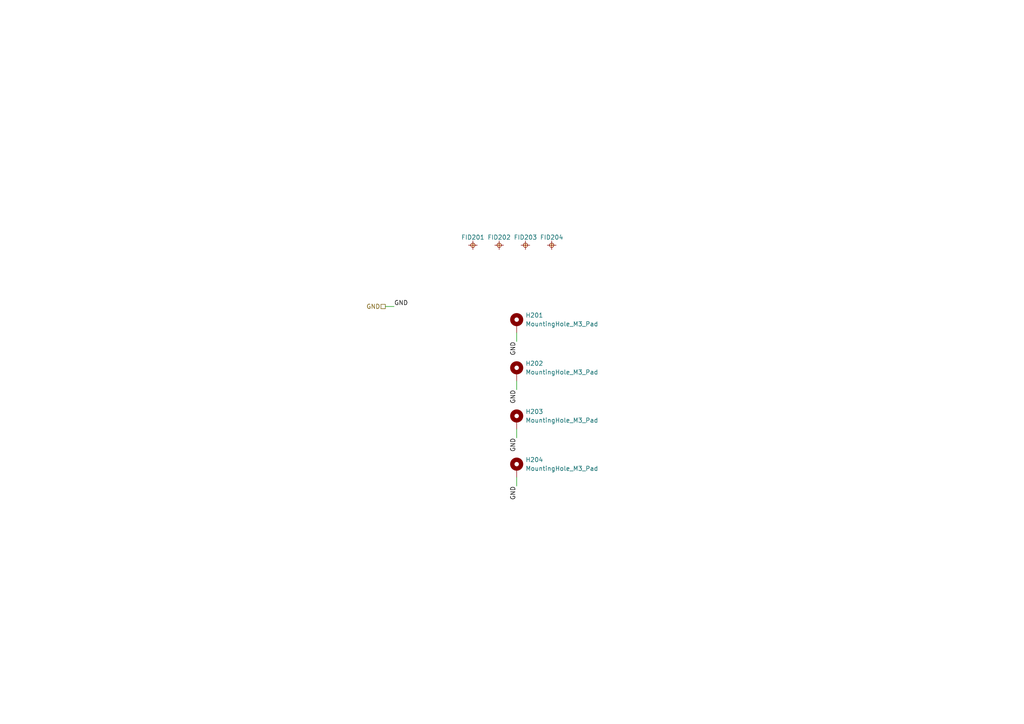
<source format=kicad_sch>
(kicad_sch (version 20230121) (generator eeschema)
  (paper "A4")
  (title_block (title "tmc5130-uart") (date "2024-06-27") (rev "1.0") (company "Howard Hughes Medical Institute"))
  (lib_symbols
    (symbol "Janelia:FIDUCIAL_0.5mm_MASK1mm" (pin_numbers hide) (pin_names (offset 0.762) hide) (in_bom no)
      (property "Reference" "FID" (at 0 2.286 0))
      (symbol "FIDUCIAL_0.5mm_MASK1mm_0_1"
        (polyline (pts (xy -1.27 0) (xy 1.27 0) (xy 1.27 0)))
        (polyline (pts (xy 0 1.27) (xy 0 -1.27) (xy 0 -1.27)))
        (circle (center 0 0) (radius 0.635) (fill (type background)))
      )
    )
    (symbol "Janelia:MountingHole_M3_Pad" (pin_numbers hide) (pin_names (offset 1.016) hide) (in_bom no)
      (property "Reference" "H" (at 0 6.35 0))
      (property "Value" "MountingHole_M3_Pad" (at 0 4.445 0))
      (symbol "MountingHole_M3_Pad_0_1"
        (circle (center 0 1.27) (radius 1.27) (stroke (width 1.27)))
      )
      (symbol "MountingHole_M3_Pad_1_1"
        (pin input line (at 0 -2.54 90) (length 2.54) (name "1") (number "1"))
      )
    )
  )
  (wire (pts (xy 149.86 138.43) (xy 149.86 140.97)))
  (wire (pts (xy 149.86 110.49) (xy 149.86 113.03)))
  (wire (pts (xy 149.86 96.52) (xy 149.86 99.06)))
  (wire (pts (xy 111.76 88.9) (xy 114.3 88.9)))
  (wire (pts (xy 149.86 124.46) (xy 149.86 127)))
  (label "GND" (at 149.86 113.03 270))
  (label "GND" (at 149.86 99.06 270))
  (label "GND" (at 114.3 88.9 0))
  (label "GND" (at 149.86 140.97 270))
  (label "GND" (at 149.86 127 270))
  (hierarchical_label "GND" (shape passive) (at 111.76 88.9 180))
  (symbol (lib_id "Janelia:MountingHole_M3_Pad") (at 149.86 93.98 0) (unit 1) (in_bom no)
    (property "Reference" "H201" (at 152.4 91.44 0) (effects (justify left)))
    (property "Value" "MountingHole_M3_Pad" (at 152.4 93.98 0) (effects (justify left)))
    (property "Footprint" "Janelia:MountingHole_3.2mm_M3_Pad" (effects hide))
  )
  (symbol (lib_id "Janelia:FIDUCIAL_0.5mm_MASK1mm") (at 144.78 71.12 0) (unit 1) (in_bom no)
    (property "Reference" "FID202" (at 144.78 68.834 0))
    (property "Value" "FIDUCIAL_0.5mm_MASK1mm" (effects hide))
    (property "Footprint" "Janelia:FIDUCIAL_0.5mm_Mask1mm" (effects hide))
    (property "Sim.Enable" "0" (effects hide))
  )
  (symbol (lib_id "Janelia:MountingHole_M3_Pad") (at 149.86 135.89 0) (unit 1) (in_bom no)
    (property "Reference" "H204" (at 152.4 133.35 0) (effects (justify left)))
    (property "Value" "MountingHole_M3_Pad" (at 152.4 135.89 0) (effects (justify left)))
    (property "Footprint" "Janelia:MountingHole_3.2mm_M3_Pad" (effects hide))
  )
  (symbol (lib_id "Janelia:MountingHole_M3_Pad") (at 149.86 121.92 0) (unit 1) (in_bom no)
    (property "Reference" "H203" (at 152.4 119.38 0) (effects (justify left)))
    (property "Value" "MountingHole_M3_Pad" (at 152.4 121.92 0) (effects (justify left)))
    (property "Footprint" "Janelia:MountingHole_3.2mm_M3_Pad" (effects hide))
  )
  (symbol (lib_id "Janelia:FIDUCIAL_0.5mm_MASK1mm") (at 160.02 71.12 0) (unit 1) (in_bom no)
    (property "Reference" "FID204" (at 160.02 68.834 0))
    (property "Value" "FIDUCIAL_0.5mm_MASK1mm" (effects hide))
    (property "Footprint" "Janelia:FIDUCIAL_0.5mm_Mask1mm" (effects hide))
    (property "Sim.Enable" "0" (effects hide))
  )
  (symbol (lib_id "Janelia:FIDUCIAL_0.5mm_MASK1mm") (at 137.16 71.12 0) (unit 1) (in_bom no)
    (property "Reference" "FID201" (at 137.16 68.834 0))
    (property "Value" "FIDUCIAL_0.5mm_MASK1mm" (effects hide))
    (property "Footprint" "Janelia:FIDUCIAL_0.5mm_Mask1mm" (effects hide))
    (property "Sim.Enable" "0" (effects hide))
  )
  (symbol (lib_id "Janelia:MountingHole_M3_Pad") (at 149.86 107.95 0) (unit 1) (in_bom no)
    (property "Reference" "H202" (at 152.4 105.41 0) (effects (justify left)))
    (property "Value" "MountingHole_M3_Pad" (at 152.4 107.95 0) (effects (justify left)))
    (property "Footprint" "Janelia:MountingHole_3.2mm_M3_Pad" (effects hide))
  )
  (symbol (lib_id "Janelia:FIDUCIAL_0.5mm_MASK1mm") (at 152.4 71.12 0) (unit 1) (in_bom no)
    (property "Reference" "FID203" (at 152.4 68.834 0))
    (property "Value" "FIDUCIAL_0.5mm_MASK1mm" (effects hide))
    (property "Footprint" "Janelia:FIDUCIAL_0.5mm_Mask1mm" (effects hide))
    (property "Sim.Enable" "0" (effects hide))
  )
)
</source>
